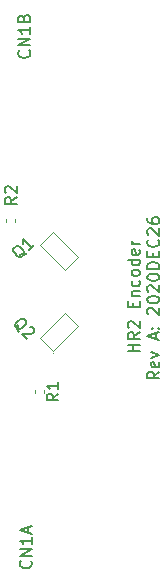
<source format=gbr>
%TF.GenerationSoftware,KiCad,Pcbnew,5.1.9-73d0e3b20d~88~ubuntu20.04.1*%
%TF.CreationDate,2020-12-26T20:48:19-08:00*%
%TF.ProjectId,encoder,656e636f-6465-4722-9e6b-696361645f70,rev?*%
%TF.SameCoordinates,Original*%
%TF.FileFunction,Legend,Top*%
%TF.FilePolarity,Positive*%
%FSLAX46Y46*%
G04 Gerber Fmt 4.6, Leading zero omitted, Abs format (unit mm)*
G04 Created by KiCad (PCBNEW 5.1.9-73d0e3b20d~88~ubuntu20.04.1) date 2020-12-26 20:48:19*
%MOMM*%
%LPD*%
G01*
G04 APERTURE LIST*
%ADD10C,0.150000*%
%ADD11C,0.120000*%
%ADD12C,0.100000*%
G04 APERTURE END LIST*
D10*
X105052380Y-106808095D02*
X104576190Y-107141428D01*
X105052380Y-107379523D02*
X104052380Y-107379523D01*
X104052380Y-106998571D01*
X104100000Y-106903333D01*
X104147619Y-106855714D01*
X104242857Y-106808095D01*
X104385714Y-106808095D01*
X104480952Y-106855714D01*
X104528571Y-106903333D01*
X104576190Y-106998571D01*
X104576190Y-107379523D01*
X105004761Y-105998571D02*
X105052380Y-106093809D01*
X105052380Y-106284285D01*
X105004761Y-106379523D01*
X104909523Y-106427142D01*
X104528571Y-106427142D01*
X104433333Y-106379523D01*
X104385714Y-106284285D01*
X104385714Y-106093809D01*
X104433333Y-105998571D01*
X104528571Y-105950952D01*
X104623809Y-105950952D01*
X104719047Y-106427142D01*
X104385714Y-105617619D02*
X105052380Y-105379523D01*
X104385714Y-105141428D01*
X104766666Y-104046190D02*
X104766666Y-103570000D01*
X105052380Y-104141428D02*
X104052380Y-103808095D01*
X105052380Y-103474761D01*
X104957142Y-103141428D02*
X105004761Y-103093809D01*
X105052380Y-103141428D01*
X105004761Y-103189047D01*
X104957142Y-103141428D01*
X105052380Y-103141428D01*
X104433333Y-103141428D02*
X104480952Y-103093809D01*
X104528571Y-103141428D01*
X104480952Y-103189047D01*
X104433333Y-103141428D01*
X104528571Y-103141428D01*
X104147619Y-101950952D02*
X104100000Y-101903333D01*
X104052380Y-101808095D01*
X104052380Y-101570000D01*
X104100000Y-101474761D01*
X104147619Y-101427142D01*
X104242857Y-101379523D01*
X104338095Y-101379523D01*
X104480952Y-101427142D01*
X105052380Y-101998571D01*
X105052380Y-101379523D01*
X104052380Y-100760476D02*
X104052380Y-100665238D01*
X104100000Y-100570000D01*
X104147619Y-100522380D01*
X104242857Y-100474761D01*
X104433333Y-100427142D01*
X104671428Y-100427142D01*
X104861904Y-100474761D01*
X104957142Y-100522380D01*
X105004761Y-100570000D01*
X105052380Y-100665238D01*
X105052380Y-100760476D01*
X105004761Y-100855714D01*
X104957142Y-100903333D01*
X104861904Y-100950952D01*
X104671428Y-100998571D01*
X104433333Y-100998571D01*
X104242857Y-100950952D01*
X104147619Y-100903333D01*
X104100000Y-100855714D01*
X104052380Y-100760476D01*
X104147619Y-100046190D02*
X104100000Y-99998571D01*
X104052380Y-99903333D01*
X104052380Y-99665238D01*
X104100000Y-99570000D01*
X104147619Y-99522380D01*
X104242857Y-99474761D01*
X104338095Y-99474761D01*
X104480952Y-99522380D01*
X105052380Y-100093809D01*
X105052380Y-99474761D01*
X104052380Y-98855714D02*
X104052380Y-98760476D01*
X104100000Y-98665238D01*
X104147619Y-98617619D01*
X104242857Y-98570000D01*
X104433333Y-98522380D01*
X104671428Y-98522380D01*
X104861904Y-98570000D01*
X104957142Y-98617619D01*
X105004761Y-98665238D01*
X105052380Y-98760476D01*
X105052380Y-98855714D01*
X105004761Y-98950952D01*
X104957142Y-98998571D01*
X104861904Y-99046190D01*
X104671428Y-99093809D01*
X104433333Y-99093809D01*
X104242857Y-99046190D01*
X104147619Y-98998571D01*
X104100000Y-98950952D01*
X104052380Y-98855714D01*
X105052380Y-98093809D02*
X104052380Y-98093809D01*
X104052380Y-97855714D01*
X104100000Y-97712857D01*
X104195238Y-97617619D01*
X104290476Y-97570000D01*
X104480952Y-97522380D01*
X104623809Y-97522380D01*
X104814285Y-97570000D01*
X104909523Y-97617619D01*
X105004761Y-97712857D01*
X105052380Y-97855714D01*
X105052380Y-98093809D01*
X104528571Y-97093809D02*
X104528571Y-96760476D01*
X105052380Y-96617619D02*
X105052380Y-97093809D01*
X104052380Y-97093809D01*
X104052380Y-96617619D01*
X104957142Y-95617619D02*
X105004761Y-95665238D01*
X105052380Y-95808095D01*
X105052380Y-95903333D01*
X105004761Y-96046190D01*
X104909523Y-96141428D01*
X104814285Y-96189047D01*
X104623809Y-96236666D01*
X104480952Y-96236666D01*
X104290476Y-96189047D01*
X104195238Y-96141428D01*
X104100000Y-96046190D01*
X104052380Y-95903333D01*
X104052380Y-95808095D01*
X104100000Y-95665238D01*
X104147619Y-95617619D01*
X104147619Y-95236666D02*
X104100000Y-95189047D01*
X104052380Y-95093809D01*
X104052380Y-94855714D01*
X104100000Y-94760476D01*
X104147619Y-94712857D01*
X104242857Y-94665238D01*
X104338095Y-94665238D01*
X104480952Y-94712857D01*
X105052380Y-95284285D01*
X105052380Y-94665238D01*
X104052380Y-93808095D02*
X104052380Y-93998571D01*
X104100000Y-94093809D01*
X104147619Y-94141428D01*
X104290476Y-94236666D01*
X104480952Y-94284285D01*
X104861904Y-94284285D01*
X104957142Y-94236666D01*
X105004761Y-94189047D01*
X105052380Y-94093809D01*
X105052380Y-93903333D01*
X105004761Y-93808095D01*
X104957142Y-93760476D01*
X104861904Y-93712857D01*
X104623809Y-93712857D01*
X104528571Y-93760476D01*
X104480952Y-93808095D01*
X104433333Y-93903333D01*
X104433333Y-94093809D01*
X104480952Y-94189047D01*
X104528571Y-94236666D01*
X104623809Y-94284285D01*
X103402380Y-105089047D02*
X102402380Y-105089047D01*
X102878571Y-105089047D02*
X102878571Y-104517619D01*
X103402380Y-104517619D02*
X102402380Y-104517619D01*
X103402380Y-103470000D02*
X102926190Y-103803333D01*
X103402380Y-104041428D02*
X102402380Y-104041428D01*
X102402380Y-103660476D01*
X102450000Y-103565238D01*
X102497619Y-103517619D01*
X102592857Y-103470000D01*
X102735714Y-103470000D01*
X102830952Y-103517619D01*
X102878571Y-103565238D01*
X102926190Y-103660476D01*
X102926190Y-104041428D01*
X102497619Y-103089047D02*
X102450000Y-103041428D01*
X102402380Y-102946190D01*
X102402380Y-102708095D01*
X102450000Y-102612857D01*
X102497619Y-102565238D01*
X102592857Y-102517619D01*
X102688095Y-102517619D01*
X102830952Y-102565238D01*
X103402380Y-103136666D01*
X103402380Y-102517619D01*
X102878571Y-101327142D02*
X102878571Y-100993809D01*
X103402380Y-100850952D02*
X103402380Y-101327142D01*
X102402380Y-101327142D01*
X102402380Y-100850952D01*
X102735714Y-100422380D02*
X103402380Y-100422380D01*
X102830952Y-100422380D02*
X102783333Y-100374761D01*
X102735714Y-100279523D01*
X102735714Y-100136666D01*
X102783333Y-100041428D01*
X102878571Y-99993809D01*
X103402380Y-99993809D01*
X103354761Y-99089047D02*
X103402380Y-99184285D01*
X103402380Y-99374761D01*
X103354761Y-99470000D01*
X103307142Y-99517619D01*
X103211904Y-99565238D01*
X102926190Y-99565238D01*
X102830952Y-99517619D01*
X102783333Y-99470000D01*
X102735714Y-99374761D01*
X102735714Y-99184285D01*
X102783333Y-99089047D01*
X103402380Y-98517619D02*
X103354761Y-98612857D01*
X103307142Y-98660476D01*
X103211904Y-98708095D01*
X102926190Y-98708095D01*
X102830952Y-98660476D01*
X102783333Y-98612857D01*
X102735714Y-98517619D01*
X102735714Y-98374761D01*
X102783333Y-98279523D01*
X102830952Y-98231904D01*
X102926190Y-98184285D01*
X103211904Y-98184285D01*
X103307142Y-98231904D01*
X103354761Y-98279523D01*
X103402380Y-98374761D01*
X103402380Y-98517619D01*
X103402380Y-97327142D02*
X102402380Y-97327142D01*
X103354761Y-97327142D02*
X103402380Y-97422380D01*
X103402380Y-97612857D01*
X103354761Y-97708095D01*
X103307142Y-97755714D01*
X103211904Y-97803333D01*
X102926190Y-97803333D01*
X102830952Y-97755714D01*
X102783333Y-97708095D01*
X102735714Y-97612857D01*
X102735714Y-97422380D01*
X102783333Y-97327142D01*
X103354761Y-96470000D02*
X103402380Y-96565238D01*
X103402380Y-96755714D01*
X103354761Y-96850952D01*
X103259523Y-96898571D01*
X102878571Y-96898571D01*
X102783333Y-96850952D01*
X102735714Y-96755714D01*
X102735714Y-96565238D01*
X102783333Y-96470000D01*
X102878571Y-96422380D01*
X102973809Y-96422380D01*
X103069047Y-96898571D01*
X103402380Y-95993809D02*
X102735714Y-95993809D01*
X102926190Y-95993809D02*
X102830952Y-95946190D01*
X102783333Y-95898571D01*
X102735714Y-95803333D01*
X102735714Y-95708095D01*
X94027142Y-79610476D02*
X94074761Y-79658095D01*
X94122380Y-79800952D01*
X94122380Y-79896190D01*
X94074761Y-80039047D01*
X93979523Y-80134285D01*
X93884285Y-80181904D01*
X93693809Y-80229523D01*
X93550952Y-80229523D01*
X93360476Y-80181904D01*
X93265238Y-80134285D01*
X93170000Y-80039047D01*
X93122380Y-79896190D01*
X93122380Y-79800952D01*
X93170000Y-79658095D01*
X93217619Y-79610476D01*
X94122380Y-79181904D02*
X93122380Y-79181904D01*
X94122380Y-78610476D01*
X93122380Y-78610476D01*
X94122380Y-77610476D02*
X94122380Y-78181904D01*
X94122380Y-77896190D02*
X93122380Y-77896190D01*
X93265238Y-77991428D01*
X93360476Y-78086666D01*
X93408095Y-78181904D01*
X93598571Y-76848571D02*
X93646190Y-76705714D01*
X93693809Y-76658095D01*
X93789047Y-76610476D01*
X93931904Y-76610476D01*
X94027142Y-76658095D01*
X94074761Y-76705714D01*
X94122380Y-76800952D01*
X94122380Y-77181904D01*
X93122380Y-77181904D01*
X93122380Y-76848571D01*
X93170000Y-76753333D01*
X93217619Y-76705714D01*
X93312857Y-76658095D01*
X93408095Y-76658095D01*
X93503333Y-76705714D01*
X93550952Y-76753333D01*
X93598571Y-76848571D01*
X93598571Y-77181904D01*
X93976666Y-120428095D02*
X93976666Y-119951904D01*
X94262380Y-120523333D02*
X93262380Y-120190000D01*
X94262380Y-119856666D01*
D11*
%TO.C,R2*%
X92880000Y-93846359D02*
X92880000Y-94153641D01*
X92120000Y-93846359D02*
X92120000Y-94153641D01*
%TO.C,R1*%
X95280000Y-108346359D02*
X95280000Y-108653641D01*
X94520000Y-108346359D02*
X94520000Y-108653641D01*
D12*
%TO.C,Q2*%
X96085435Y-105275549D02*
G75*
G03*
X96085435Y-105275549I-31623J0D01*
G01*
X97064975Y-101803654D02*
X98196346Y-102935025D01*
X96075025Y-105056346D02*
X98196346Y-102935025D01*
X94943654Y-103924975D02*
X97064975Y-101803654D01*
X94943654Y-103924975D02*
X96075025Y-105056346D01*
%TO.C,Q1*%
X98447172Y-97086188D02*
G75*
G03*
X98447172Y-97086188I-31623J0D01*
G01*
X94943654Y-96075025D02*
X96075025Y-94943654D01*
X98196346Y-97064975D02*
X96075025Y-94943654D01*
X97064975Y-98196346D02*
X94943654Y-96075025D01*
X97064975Y-98196346D02*
X98196346Y-97064975D01*
%TO.C,R2*%
D10*
X92982380Y-92046666D02*
X92506190Y-92380000D01*
X92982380Y-92618095D02*
X91982380Y-92618095D01*
X91982380Y-92237142D01*
X92030000Y-92141904D01*
X92077619Y-92094285D01*
X92172857Y-92046666D01*
X92315714Y-92046666D01*
X92410952Y-92094285D01*
X92458571Y-92141904D01*
X92506190Y-92237142D01*
X92506190Y-92618095D01*
X92077619Y-91665714D02*
X92030000Y-91618095D01*
X91982380Y-91522857D01*
X91982380Y-91284761D01*
X92030000Y-91189523D01*
X92077619Y-91141904D01*
X92172857Y-91094285D01*
X92268095Y-91094285D01*
X92410952Y-91141904D01*
X92982380Y-91713333D01*
X92982380Y-91094285D01*
%TO.C,R1*%
X96522380Y-108666666D02*
X96046190Y-109000000D01*
X96522380Y-109238095D02*
X95522380Y-109238095D01*
X95522380Y-108857142D01*
X95570000Y-108761904D01*
X95617619Y-108714285D01*
X95712857Y-108666666D01*
X95855714Y-108666666D01*
X95950952Y-108714285D01*
X95998571Y-108761904D01*
X96046190Y-108857142D01*
X96046190Y-109238095D01*
X96522380Y-107714285D02*
X96522380Y-108285714D01*
X96522380Y-108000000D02*
X95522380Y-108000000D01*
X95665238Y-108095238D01*
X95760476Y-108190476D01*
X95808095Y-108285714D01*
%TO.C,CN1*%
X94167142Y-122830476D02*
X94214761Y-122878095D01*
X94262380Y-123020952D01*
X94262380Y-123116190D01*
X94214761Y-123259047D01*
X94119523Y-123354285D01*
X94024285Y-123401904D01*
X93833809Y-123449523D01*
X93690952Y-123449523D01*
X93500476Y-123401904D01*
X93405238Y-123354285D01*
X93310000Y-123259047D01*
X93262380Y-123116190D01*
X93262380Y-123020952D01*
X93310000Y-122878095D01*
X93357619Y-122830476D01*
X94262380Y-122401904D02*
X93262380Y-122401904D01*
X94262380Y-121830476D01*
X93262380Y-121830476D01*
X94262380Y-120830476D02*
X94262380Y-121401904D01*
X94262380Y-121116190D02*
X93262380Y-121116190D01*
X93405238Y-121211428D01*
X93500476Y-121306666D01*
X93548095Y-121401904D01*
%TO.C,Q2*%
X93165431Y-103469881D02*
X93131759Y-103368866D01*
X93131759Y-103234179D01*
X93131759Y-103032148D01*
X93098087Y-102931133D01*
X93030744Y-102863790D01*
X92896057Y-103065820D02*
X92862385Y-102964805D01*
X92862385Y-102830118D01*
X92963400Y-102661759D01*
X93199103Y-102426057D01*
X93367461Y-102325042D01*
X93502148Y-102325042D01*
X93603164Y-102358713D01*
X93737851Y-102493400D01*
X93771522Y-102594416D01*
X93771522Y-102729103D01*
X93670507Y-102897461D01*
X93434805Y-103133164D01*
X93266446Y-103234179D01*
X93131759Y-103234179D01*
X93030744Y-103200507D01*
X92896057Y-103065820D01*
X94108240Y-102998477D02*
X94175583Y-102998477D01*
X94276599Y-103032148D01*
X94444957Y-103200507D01*
X94478629Y-103301522D01*
X94478629Y-103368866D01*
X94444957Y-103469881D01*
X94377614Y-103537225D01*
X94242927Y-103604568D01*
X93434805Y-103604568D01*
X93872538Y-104042301D01*
%TO.C,Q1*%
X93859881Y-96784568D02*
X93758866Y-96818240D01*
X93624179Y-96818240D01*
X93422148Y-96818240D01*
X93321133Y-96851912D01*
X93253790Y-96919255D01*
X93455820Y-97053942D02*
X93354805Y-97087614D01*
X93220118Y-97087614D01*
X93051759Y-96986599D01*
X92816057Y-96750896D01*
X92715042Y-96582538D01*
X92715042Y-96447851D01*
X92748713Y-96346835D01*
X92883400Y-96212148D01*
X92984416Y-96178477D01*
X93119103Y-96178477D01*
X93287461Y-96279492D01*
X93523164Y-96515194D01*
X93624179Y-96683553D01*
X93624179Y-96818240D01*
X93590507Y-96919255D01*
X93455820Y-97053942D01*
X94432301Y-96077461D02*
X94028240Y-96481522D01*
X94230270Y-96279492D02*
X93523164Y-95572385D01*
X93556835Y-95740744D01*
X93556835Y-95875431D01*
X93523164Y-95976446D01*
%TD*%
M02*

</source>
